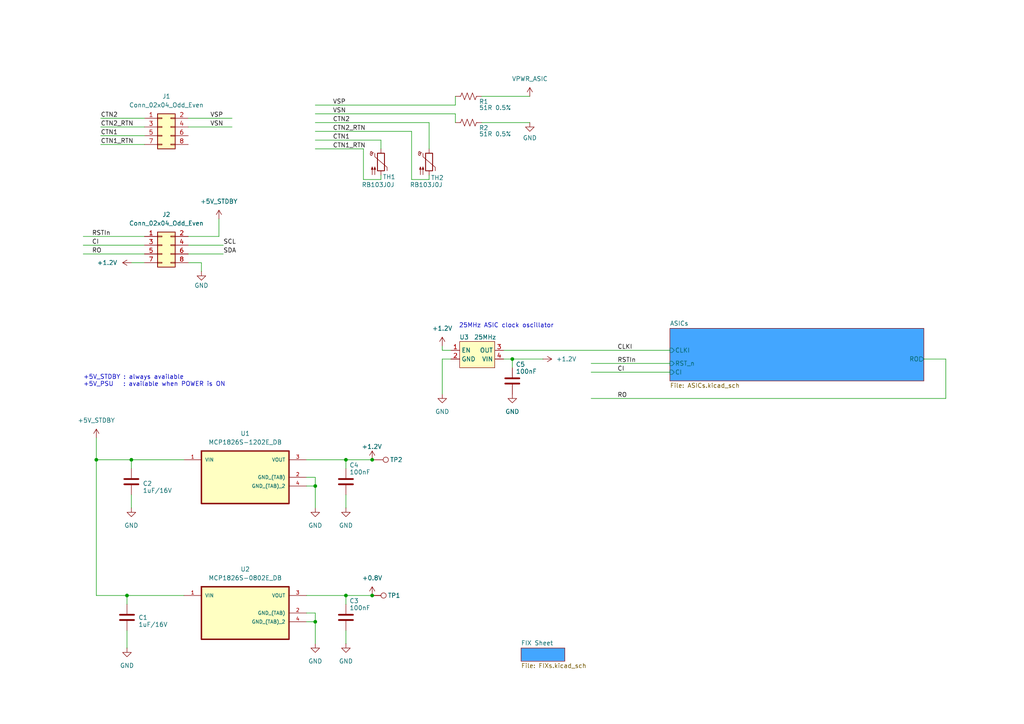
<source format=kicad_sch>
(kicad_sch (version 20231120) (generator "eeschema") (generator_version "8.0")
  (paper "A4")
  (lib_symbols
    (symbol "Connector:TestPoint" (pin_numbers hide) (pin_names (offset 0.762) hide)
      (property "Reference" "TP" (at 0 6.858 0))
      (property "Value" "TestPoint" (at 0 5.08 0))
      (symbol "TestPoint_0_1"
        (circle (center 0 3.302) (radius 0.762))
      )
      (symbol "TestPoint_1_1"
        (pin passive line (at 0 0 90) (length 2.54) (name "1") (number "1"))
      )
    )
    (symbol "Connector_Generic:Conn_02x04_Odd_Even" (pin_names (offset 1.016) hide)
      (property "Reference" "J" (at 1.27 5.08 0))
      (property "Value" "Conn_02x04_Odd_Even" (at 1.27 -7.62 0))
      (symbol "Conn_02x04_Odd_Even_1_1"
        (rectangle (start -1.27 -4.953) (end 0 -5.207) (stroke (width 0.1524)))
        (rectangle (start -1.27 -2.413) (end 0 -2.667) (stroke (width 0.1524)))
        (rectangle (start -1.27 0.127) (end 0 -0.127) (stroke (width 0.1524)))
        (rectangle (start -1.27 2.667) (end 0 2.413) (stroke (width 0.1524)))
        (rectangle (start -1.27 3.81) (end 3.81 -6.35) (stroke (width 0.254)) (fill (type background)))
        (rectangle (start 3.81 -4.953) (end 2.54 -5.207) (stroke (width 0.1524)))
        (rectangle (start 3.81 -2.413) (end 2.54 -2.667) (stroke (width 0.1524)))
        (rectangle (start 3.81 0.127) (end 2.54 -0.127) (stroke (width 0.1524)))
        (rectangle (start 3.81 2.667) (end 2.54 2.413) (stroke (width 0.1524)))
        (pin passive line (at -5.08 2.54 0) (length 3.81) (name "Pin_1") (number "1"))
        (pin passive line (at 7.62 2.54 180) (length 3.81) (name "Pin_2") (number "2"))
        (pin passive line (at -5.08 0 0) (length 3.81) (name "Pin_3") (number "3"))
        (pin passive line (at 7.62 0 180) (length 3.81) (name "Pin_4") (number "4"))
        (pin passive line (at -5.08 -2.54 0) (length 3.81) (name "Pin_5") (number "5"))
        (pin passive line (at 7.62 -2.54 180) (length 3.81) (name "Pin_6") (number "6"))
        (pin passive line (at -5.08 -5.08 0) (length 3.81) (name "Pin_7") (number "7"))
        (pin passive line (at 7.62 -5.08 180) (length 3.81) (name "Pin_8") (number "8"))
      )
    )
    (symbol "Device:C" (pin_numbers hide) (pin_names (offset 0.254))
      (property "Reference" "C" (at 0.635 2.54 0))
      (property "Value" "C" (at 0.635 -2.54 0))
      (symbol "C_0_1"
        (polyline (pts (xy -2.032 -0.762) (xy 2.032 -0.762)) (stroke (width 0.508)))
        (polyline (pts (xy -2.032 0.762) (xy 2.032 0.762)) (stroke (width 0.508)))
      )
      (symbol "C_1_1"
        (pin passive line (at 0 3.81 270) (length 2.794) (name "~") (number "1"))
        (pin passive line (at 0 -3.81 90) (length 2.794) (name "~") (number "2"))
      )
    )
    (symbol "Device:R_US" (pin_numbers hide) (pin_names (offset 0))
      (property "Reference" "R" (at 2.54 0 90))
      (property "Value" "R_US" (at -2.54 0 90))
      (symbol "R_US_0_1"
        (polyline (pts (xy 0 -2.286) (xy 0 -2.54)))
        (polyline (pts (xy 0 2.286) (xy 0 2.54)))
        (polyline (pts (xy 0 -0.762) (xy 1.016 -1.143) (xy 0 -1.524) (xy -1.016 -1.905) (xy 0 -2.286)))
        (polyline (pts (xy 0 0.762) (xy 1.016 0.381) (xy 0 0) (xy -1.016 -0.381) (xy 0 -0.762)))
        (polyline (pts (xy 0 2.286) (xy 1.016 1.905) (xy 0 1.524) (xy -1.016 1.143) (xy 0 0.762)))
      )
      (symbol "R_US_1_1"
        (pin passive line (at 0 3.81 270) (length 1.27) (name "~") (number "1"))
        (pin passive line (at 0 -3.81 90) (length 1.27) (name "~") (number "2"))
      )
    )
    (symbol "EKO_Miner_ASIClib:MCP1826S-0802E_DB" (pin_names (offset 1.016))
      (property "Reference" "U" (at -12.7 10.668 0))
      (property "Value" "MCP1826S-0802E_DB" (at -12.7 8.636 0))
      (property "P/N MOUSER" "579-MCP1826S-0802EDB" (at 0 0 0))
      (symbol "MCP1826S-0802E_DB_0_0"
        (rectangle (start -12.7 -7.62) (end 12.7 7.62) (stroke (width 0.41)) (fill (type background)))
        (pin input line (at -17.78 5.08 0) (length 5.08) (name "VIN") (number "1"))
        (pin power_in line (at 17.78 0 180) (length 5.08) (name "GND_(TAB)") (number "2"))
        (pin output line (at 17.78 5.08 180) (length 5.08) (name "VOUT") (number "3"))
        (pin power_in line (at 17.78 -2.54 180) (length 5.08) (name "GND_(TAB)_2") (number "4"))
      )
    )
    (symbol "EKO_Miner_ASIClib:MCP1826S-1802E_DB" (pin_names (offset 1.016))
      (property "Reference" "U" (at -12.7 10.668 0))
      (property "Value" "MCP1826S-1802E_DB" (at -12.7 8.636 0))
      (property "P/N MOUSER" "579-MCP1826S-1802EDB" (at 0 0 0))
      (symbol "MCP1826S-1802E_DB_0_0"
        (rectangle (start -12.7 -7.62) (end 12.7 7.62) (stroke (width 0.41)) (fill (type background)))
        (pin input line (at -17.78 5.08 0) (length 5.08) (name "VIN") (number "1"))
        (pin power_in line (at 17.78 0 180) (length 5.08) (name "GND_(TAB)") (number "2"))
        (pin output line (at 17.78 5.08 180) (length 5.08) (name "VOUT") (number "3"))
        (pin power_in line (at 17.78 -2.54 180) (length 5.08) (name "GND_(TAB)_2") (number "4"))
      )
    )
    (symbol "Sensor_Temperature:PT1000" (pin_numbers hide) (pin_names (offset 0))
      (property "Reference" "TH" (at -4.445 0 90))
      (property "Value" "PT1000" (at 3.175 0 90))
      (symbol "PT1000_0_1"
        (arc (start -3.048 2.159) (mid -3.0495 2.3143) (end -3.175 2.413))
        (arc (start -3.048 2.159) (mid -2.9736 1.9794) (end -2.794 1.905))
        (arc (start -3.048 2.794) (mid -2.9736 2.6144) (end -2.794 2.54))
        (arc (start -2.794 1.905) (mid -2.6144 1.9794) (end -2.54 2.159))
        (arc (start -2.794 2.54) (mid -2.4393 2.5587) (end -2.159 2.794))
        (arc (start -2.794 3.048) (mid -2.9736 2.9736) (end -3.048 2.794))
        (arc (start -2.54 2.794) (mid -2.6144 2.9736) (end -2.794 3.048))
        (rectangle (start -1.016 2.54) (end 1.016 -2.54) (stroke (width 0.254)))
        (polyline (pts (xy -2.54 2.159) (xy -2.54 2.794)))
        (polyline (pts (xy -1.778 2.54) (xy -1.778 1.524) (xy 1.778 -1.524) (xy 1.778 -2.54)))
        (polyline (pts (xy -2.54 -3.683) (xy -2.54 -1.397) (xy -2.794 -2.159) (xy -2.286 -2.159) (xy -2.54 -1.397) (xy -2.54 -1.651)) (fill (type outline)))
        (polyline (pts (xy -1.778 -3.683) (xy -1.778 -1.397) (xy -2.032 -2.159) (xy -1.524 -2.159) (xy -1.778 -1.397) (xy -1.778 -1.651)) (fill (type outline)))
      )
      (symbol "PT1000_1_1"
        (pin passive line (at 0 3.81 270) (length 1.27) (name "~") (number "1"))
        (pin passive line (at 0 -3.81 90) (length 1.27) (name "~") (number "2"))
      )
    )
    (symbol "bitaxe:oscillator"
      (property "Reference" "U" (at -3.81 5.08 0))
      (property "Value" "oscillator" (at 0 -5.08 0))
      (symbol "oscillator_0_1"
        (rectangle (start -5.08 3.81) (end 5.08 -3.81) (stroke (width 0.1524)) (fill (type background)))
      )
      (symbol "oscillator_1_0"
        (pin bidirectional line (at -7.62 1.27 0) (length 2.54) (name "EN") (number "1"))
        (pin bidirectional line (at -7.62 -1.27 0) (length 2.54) (name "GND") (number "2"))
        (pin bidirectional line (at 7.62 1.27 180) (length 2.54) (name "OUT") (number "3"))
        (pin bidirectional line (at 7.62 -1.27 180) (length 2.54) (name "VIN") (number "4"))
      )
    )
    (symbol "power:+3.3V" (power) (pin_names (offset 0))
      (property "Value" "+3.3V" (at 0 3.556 0))
      (symbol "+3.3V_0_1"
        (polyline (pts (xy -0.762 1.27) (xy 0 2.54)))
        (polyline (pts (xy 0 0) (xy 0 2.54)))
        (polyline (pts (xy 0 2.54) (xy 0.762 1.27)))
      )
      (symbol "+3.3V_1_1"
        (pin power_in line (at 0 0 90) (length 0) hide (name "+3.3V") (number "1"))
      )
    )
    (symbol "power:GND" (power) (pin_numbers hide) (pin_names (offset 0) hide)
      (property "Value" "GND" (at 0 -3.81 0))
      (symbol "GND_0_1"
        (polyline (pts (xy 0 0) (xy 0 -1.27) (xy 1.27 -1.27) (xy 0 -2.54) (xy -1.27 -1.27) (xy 0 -1.27)))
      )
      (symbol "GND_1_1"
        (pin power_in line (at 0 0 270) (length 0) (name "~") (number "1"))
      )
    )
    (symbol "power:VDD" (power) (pin_numbers hide) (pin_names (offset 0) hide)
      (property "Value" "VDD" (at 0 3.556 0))
      (symbol "VDD_0_1"
        (polyline (pts (xy -0.762 1.27) (xy 0 2.54)))
        (polyline (pts (xy 0 0) (xy 0 2.54)))
        (polyline (pts (xy 0 2.54) (xy 0.762 1.27)))
      )
      (symbol "VDD_1_1"
        (pin power_in line (at 0 0 90) (length 0) (name "~") (number "1"))
      )
    )
  )
  (junction (at 107.95 172.72))
  (junction (at 100.33 172.72))
  (junction (at 107.95 133.35))
  (junction (at 38.1 133.35))
  (junction (at 27.94 133.35))
  (junction (at 91.44 140.97))
  (junction (at 36.83 172.72))
  (junction (at 100.33 133.35) (diameter 0.9144))
  (junction (at 148.59 104.14))
  (junction (at 91.44 180.34))
  (wire (pts (xy 29.21 34.29) (xy 41.91 34.29)))
  (wire (pts (xy 88.9 133.35) (xy 100.33 133.35)))
  (wire (pts (xy 124.46 52.07) (xy 124.46 50.8)))
  (wire (pts (xy 27.94 133.35) (xy 38.1 133.35)))
  (wire (pts (xy 91.44 138.43) (xy 91.44 140.97)))
  (wire (pts (xy 110.49 52.07) (xy 110.49 50.8)))
  (wire (pts (xy 88.9 177.8) (xy 91.44 177.8)))
  (wire (pts (xy 91.44 140.97) (xy 91.44 147.32)))
  (wire (pts (xy 36.83 172.72) (xy 53.34 172.72)))
  (wire (pts (xy 148.59 104.14) (xy 148.59 106.68)))
  (wire (pts (xy 36.83 187.96) (xy 36.83 182.88)))
  (wire (pts (xy 88.9 140.97) (xy 91.44 140.97)))
  (wire (pts (xy 29.21 41.91) (xy 41.91 41.91)))
  (wire (pts (xy 100.33 172.72) (xy 107.95 172.72)))
  (wire (pts (xy 274.32 115.57) (xy 274.32 104.14)))
  (wire (pts (xy 119.38 52.07) (xy 124.46 52.07)))
  (wire (pts (xy 107.95 133.35) (xy 108.585 133.35)))
  (wire (pts (xy 128.27 104.14) (xy 128.27 114.3)))
  (wire (pts (xy 171.45 105.41) (xy 194.31 105.41)))
  (wire (pts (xy 105.41 43.18) (xy 105.41 52.07)))
  (wire (pts (xy 29.21 36.83) (xy 41.91 36.83)))
  (wire (pts (xy 132.08 27.94) (xy 132.08 30.48)))
  (wire (pts (xy 128.27 101.6) (xy 128.27 100.33)))
  (wire (pts (xy 124.46 35.56) (xy 124.46 43.18)))
  (wire (pts (xy 38.1 133.35) (xy 38.1 135.89)))
  (wire (pts (xy 139.7 35.56) (xy 153.67 35.56)))
  (wire (pts (xy 100.33 186.69) (xy 100.33 182.88)))
  (wire (pts (xy 91.44 43.18) (xy 105.41 43.18)))
  (wire (pts (xy 27.94 172.72) (xy 36.83 172.72)))
  (wire (pts (xy 105.41 52.07) (xy 110.49 52.07)))
  (wire (pts (xy 27.94 133.35) (xy 27.94 172.72)))
  (wire (pts (xy 58.42 76.2) (xy 58.42 78.74)))
  (wire (pts (xy 38.1 143.51) (xy 38.1 147.32)))
  (wire (pts (xy 146.05 101.6) (xy 194.31 101.6)))
  (wire (pts (xy 132.08 30.48) (xy 91.44 30.48)))
  (wire (pts (xy 88.9 172.72) (xy 100.33 172.72)))
  (wire (pts (xy 128.27 104.14) (xy 130.81 104.14)))
  (wire (pts (xy 24.13 71.12) (xy 41.91 71.12)))
  (wire (pts (xy 64.77 73.66) (xy 54.61 73.66)))
  (wire (pts (xy 171.45 107.95) (xy 194.31 107.95)))
  (wire (pts (xy 88.9 180.34) (xy 91.44 180.34)))
  (wire (pts (xy 100.33 133.35) (xy 100.33 135.89)))
  (wire (pts (xy 91.44 33.02) (xy 132.08 33.02)))
  (wire (pts (xy 91.44 35.56) (xy 124.46 35.56)))
  (wire (pts (xy 91.44 40.64) (xy 110.49 40.64)))
  (wire (pts (xy 38.1 133.35) (xy 53.34 133.35)))
  (wire (pts (xy 139.7 27.94) (xy 153.67 27.94)))
  (wire (pts (xy 63.5 63.5) (xy 63.5 68.58)))
  (wire (pts (xy 41.91 76.2) (xy 38.1 76.2)))
  (wire (pts (xy 54.61 36.83) (xy 67.31 36.83)))
  (wire (pts (xy 132.08 33.02) (xy 132.08 35.56)))
  (wire (pts (xy 110.49 40.64) (xy 110.49 43.18)))
  (wire (pts (xy 91.44 186.69) (xy 91.44 180.34)))
  (wire (pts (xy 119.38 38.1) (xy 119.38 52.07)))
  (wire (pts (xy 274.32 104.14) (xy 267.97 104.14)))
  (wire (pts (xy 171.45 115.57) (xy 274.32 115.57)))
  (wire (pts (xy 24.13 73.66) (xy 41.91 73.66)))
  (wire (pts (xy 91.44 138.43) (xy 88.9 138.43)))
  (wire (pts (xy 54.61 34.29) (xy 67.31 34.29)))
  (wire (pts (xy 148.59 104.14) (xy 157.48 104.14)))
  (wire (pts (xy 54.61 76.2) (xy 58.42 76.2)))
  (wire (pts (xy 91.44 180.34) (xy 91.44 177.8)))
  (wire (pts (xy 128.27 101.6) (xy 130.81 101.6)))
  (wire (pts (xy 91.44 38.1) (xy 119.38 38.1)))
  (wire (pts (xy 100.33 143.51) (xy 100.33 147.32)))
  (wire (pts (xy 27.94 127) (xy 27.94 133.35)))
  (wire (pts (xy 100.33 172.72) (xy 100.33 175.26)))
  (wire (pts (xy 100.33 133.35) (xy 107.95 133.35)))
  (wire (pts (xy 64.77 71.12) (xy 54.61 71.12)))
  (wire (pts (xy 146.05 104.14) (xy 148.59 104.14)))
  (wire (pts (xy 24.13 68.58) (xy 41.91 68.58)))
  (wire (pts (xy 29.21 39.37) (xy 41.91 39.37)))
  (wire (pts (xy 63.5 68.58) (xy 54.61 68.58)))
  (wire (pts (xy 36.83 172.72) (xy 36.83 175.26)))
  (text "+5V_STDBY : always available\n+5V_PSU   : available when POWER is ON" (at 24.13 110.49 0) (effects (font (size 1.27 1.27)) (justify left)))
  (text "25MHz ASIC clock oscillator" (at 133.096 95.25 0) (effects (font (size 1.27 1.27)) (justify left bottom)))
  (label "CTN1_RTN" (at 29.21 41.91 0))
  (label "CLKI" (at 179.07 101.6 0))
  (label "RSTIn" (at 179.07 105.41 0))
  (label "CI" (at 179.07 107.95 0))
  (label "VSN" (at 60.96 36.83 0))
  (label "RO" (at 26.67 73.66 0))
  (label "CTN2" (at 29.21 34.29 0))
  (label "CTN1_RTN" (at 96.52 43.18 0))
  (label "CTN1" (at 29.21 39.37 0))
  (label "RO" (at 179.07 115.57 0))
  (label "RSTIn" (at 26.67 68.58 0))
  (label "VSP" (at 96.52 30.48 0))
  (label "CI" (at 26.67 71.12 0))
  (label "SCL" (at 64.77 71.12 0))
  (label "CTN2_RTN" (at 96.52 38.1 0))
  (label "VSP" (at 60.96 34.29 0))
  (label "CTN2_RTN" (at 29.21 36.83 0))
  (label "VSN" (at 96.52 33.02 0))
  (label "CTN1" (at 96.52 40.64 0))
  (label "CTN2" (at 96.52 35.56 0))
  (label "SDA" (at 64.77 73.66 0))
  (symbol (lib_id "power:GND") (at 58.42 78.74 0) (mirror y) (unit 1)
    (property "Reference" "#PWR05" (effects (hide yes)))
    (property "Value" "GND" (at 58.42 82.804 0))
    (property "Description" "Power symbol creates a global label with name \"GND\" , ground" (effects (hide yes)))
  )
  (symbol (lib_id "power:GND") (at 91.44 186.69 0) (unit 1)
    (property "Reference" "#PWR016" (effects (hide yes)))
    (property "Value" "GND" (at 91.44 191.77 0))
    (property "Description" "Power symbol creates a global label with name \"GND\" , ground" (effects (hide yes)))
  )
  (symbol (lib_id "power:GND") (at 128.27 114.3 0) (unit 1)
    (property "Reference" "#PWR08" (effects (hide yes)))
    (property "Value" "GND" (at 128.27 119.38 0))
    (property "Description" "Power symbol creates a global label with name \"GND\" , ground" (effects (hide yes)))
  )
  (symbol (lib_id "Device:C") (at 100.33 139.7 0) (unit 1)
    (property "Reference" "C4" (at 101.346 135.636 0) (effects (justify left bottom)))
    (property "Value" "100nF" (at 101.346 137.668 0) (effects (justify left bottom)))
    (property "Footprint" "Capacitor_SMD:C_0402_1005Metric" (effects (hide yes)))
    (property "P/N MOUSER" "791-SH15B104K160CT" (effects (hide yes)))
  )
  (symbol (lib_id "power:VDD") (at 107.95 172.72 0) (unit 1)
    (property "Reference" "#PWR015" (effects (hide yes)))
    (property "Value" "+0.8V" (at 107.95 167.64 0))
    (property "Description" "Power symbol creates a global label with name \"VDD\"" (effects (hide yes)))
  )
  (symbol (lib_id "Connector:TestPoint") (at 107.95 172.72 270) (mirror x) (unit 1) (in_bom no)
    (property "Reference" "TP1" (at 114.3 172.72 90))
    (property "Value" "TestPoint" (effects (hide yes)))
    (property "Footprint" "TestPoint:TestPoint_Pad_D1.0mm" (effects (hide yes)))
  )
  (symbol (lib_id "power:GND") (at 100.33 147.32 0) (unit 1)
    (property "Reference" "#PWR014" (effects (hide yes)))
    (property "Value" "GND" (at 100.33 152.4 0))
    (property "Description" "Power symbol creates a global label with name \"GND\" , ground" (effects (hide yes)))
  )
  (symbol (lib_id "power:GND") (at 38.1 147.32 0) (unit 1)
    (property "Reference" "#PWR012" (effects (hide yes)))
    (property "Value" "GND" (at 38.1 152.4 0))
    (property "Description" "Power symbol creates a global label with name \"GND\" , ground" (effects (hide yes)))
  )
  (symbol (lib_id "Device:C") (at 36.83 179.07 0) (unit 1)
    (property "Reference" "C1" (at 40.132 179.832 0) (effects (justify left bottom)))
    (property "Value" "1uF/16V" (at 40.132 181.864 0) (effects (justify left bottom)))
    (property "Footprint" "Capacitor_SMD:C_0805_2012Metric_Pad1.18x1.45mm_HandSolder" (effects (hide yes)))
    (property "P/N MOUSER" "187-CL21B105KOFNFNE" (effects (hide yes)))
  )
  (symbol (lib_id "bitaxe:oscillator") (at 138.43 102.87 0) (unit 1)
    (property "Reference" "U3" (at 134.62 97.79 0))
    (property "Value" "25MHz" (at 140.716 97.79 0))
    (property "Footprint" "EKO_Miner_ASIClib:OSC_SMD_3.2x2.5mm" (effects (hide yes)))
    (property "Datasheet" "https://www.jauch.com/downloadfile/5ef1edcfb8e2f73163c8ce8009ef659d1/jo32-1.8-3.3v.pdf" (effects (hide yes)))
    (property "P/N MOUSER" "449-LFSPXO076024CUTT" (effects (hide yes)))
  )
  (symbol (lib_id "power:VDD") (at 38.1 76.2 90) (unit 1)
    (property "Reference" "#PWR0193" (effects (hide yes)))
    (property "Value" "+1.2V" (at 34.036 76.2 90) (effects (justify left)))
    (property "Description" "Power symbol creates a global label with name \"VDD\"" (effects (hide yes)))
  )
  (symbol (lib_id "EKO_Miner_ASIClib:MCP1826S-1802E_DB") (at 71.12 138.43 0) (unit 1)
    (property "Reference" "U1" (at 71.12 125.73 0))
    (property "Value" "MCP1826S-1202E_DB" (at 71.12 128.27 0))
    (property "Footprint" "EKO_Miner_ASIClib:MCP1826S" (effects (hide yes)))
    (property "MF" "Microchip" (effects (hide yes)))
    (property "Description_1" "\nIC,LINEAR REGULATOR;MAX. INPUT,6V;OUTPUT,1.2V;1000MA;ACCURACY,0.5%;SOT223-3 | Microchip Technology Inc. MCP1826S-1202E/DB\n" (effects (hide yes)))
    (property "Package" "SOT-223 Microchip Technology" (effects (hide yes)))
    (property "Price" "None" (effects (hide yes)))
    (property "MP" "MCP1826S-1802E/DB" (effects (hide yes)))
    (property "Purchase-URL" "https://www.snapeda.com/api/url_track_click_mouser/?unipart_id=142747&manufacturer=Microchip&part_name=MCP1826S-1802E/DB&search_term=mcp1826s" (effects (hide yes)))
    (property "Availability" "In Stock" (effects (hide yes)))
    (property "Check_prices" "https://www.snapeda.com/parts/MCP1826S-1802E/DB/Microchip/view-part/?ref=eda" (effects (hide yes)))
    (property "P/N MOUSER" "579-MCP1826S-1802EDB" (effects (hide yes)))
  )
  (symbol (lib_id "power:VDD") (at 157.48 104.14 270) (unit 1)
    (property "Reference" "#PWR07" (effects (hide yes)))
    (property "Value" "+1.2V" (at 161.29 104.1399 90) (effects (justify left)))
    (property "Description" "Power symbol creates a global label with name \"VDD\"" (effects (hide yes)))
  )
  (symbol (lib_id "power:VDD") (at 107.95 133.35 0) (unit 1)
    (property "Reference" "#PWR011" (effects (hide yes)))
    (property "Value" "+1.2V" (at 104.902 129.54 0) (effects (justify left)))
    (property "Description" "Power symbol creates a global label with name \"VDD\"" (effects (hide yes)))
  )
  (symbol (lib_id "power:GND") (at 100.33 186.69 0) (unit 1)
    (property "Reference" "#PWR017" (effects (hide yes)))
    (property "Value" "GND" (at 100.33 191.77 0))
    (property "Description" "Power symbol creates a global label with name \"GND\" , ground" (effects (hide yes)))
  )
  (symbol (lib_id "Connector_Generic:Conn_02x04_Odd_Even") (at 46.99 71.12 0) (unit 1)
    (property "Reference" "J2" (at 48.26 62.23 0))
    (property "Value" "Conn_02x04_Odd_Even" (at 48.26 64.77 0))
    (property "Footprint" "Connector_PinHeader_2.54mm:PinHeader_2x04_P2.54mm_Vertical_SMD" (effects (hide yes)))
    (property "Description" "Generic connector, double row, 02x04, odd/even pin numbering scheme (row 1 odd numbers, row 2 even numbers), script generated (kicad-library-utils/schlib/autogen/connector/)" (effects (hide yes)))
    (property "P/N MOUSER" "649-1012938390801ALF" (effects (hide yes)))
  )
  (symbol (lib_id "Device:C") (at 100.33 179.07 0) (unit 1)
    (property "Reference" "C3" (at 101.346 175.006 0) (effects (justify left bottom)))
    (property "Value" "100nF" (at 101.346 177.038 0) (effects (justify left bottom)))
    (property "Footprint" "Capacitor_SMD:C_0402_1005Metric" (effects (hide yes)))
    (property "P/N MOUSER" "791-SH15B104K160CT" (effects (hide yes)))
  )
  (symbol (lib_id "Connector:TestPoint") (at 108.585 133.35 270) (mirror x) (unit 1) (in_bom no)
    (property "Reference" "TP2" (at 114.935 133.35 90))
    (property "Value" "TestPoint" (effects (hide yes)))
    (property "Footprint" "TestPoint:TestPoint_Pad_D1.0mm" (effects (hide yes)))
  )
  (symbol (lib_id "power:GND") (at 36.83 187.96 0) (unit 1)
    (property "Reference" "#PWR018" (effects (hide yes)))
    (property "Value" "GND" (at 36.83 193.04 0))
    (property "Description" "Power symbol creates a global label with name \"GND\" , ground" (effects (hide yes)))
  )
  (symbol (lib_id "Device:R_US") (at 135.89 27.94 270) (unit 1)
    (property "Reference" "R1" (at 138.938 29.464 90) (effects (justify left)))
    (property "Value" "51R 0.5%" (at 138.938 31.242 90) (effects (justify left)))
    (property "Footprint" "Resistor_SMD:R_0805_2012Metric_Pad1.20x1.40mm_HandSolder" (effects (hide yes)))
    (property "P/N MOUSER" "603-RT0805DRE0751RL" (effects (hide yes)))
  )
  (symbol (lib_id "power:VDD") (at 128.27 100.33 0) (unit 1)
    (property "Reference" "#PWR06" (effects (hide yes)))
    (property "Value" "+1.2V" (at 128.27 95.25 0))
    (property "Description" "Power symbol creates a global label with name \"VDD\"" (effects (hide yes)))
  )
  (symbol (lib_id "Device:C") (at 38.1 139.7 0) (unit 1)
    (property "Reference" "C2" (at 41.402 140.97 0) (effects (justify left bottom)))
    (property "Value" "1uF/16V" (at 41.402 143.002 0) (effects (justify left bottom)))
    (property "Footprint" "Capacitor_SMD:C_0805_2012Metric_Pad1.18x1.45mm_HandSolder" (effects (hide yes)))
    (property "P/N MOUSER" "187-CL21B105KOFNFNE" (effects (hide yes)))
  )
  (symbol (lib_id "power:VDD") (at 153.67 27.94 0) (unit 1)
    (property "Reference" "#PWR01" (effects (hide yes)))
    (property "Value" "VPWR_ASIC" (at 153.67 22.86 0))
    (property "Description" "Power symbol creates a global label with name \"VDD\"" (effects (hide yes)))
  )
  (symbol (lib_id "power:+3.3V") (at 63.5 63.5 0) (mirror y) (unit 1)
    (property "Reference" "#PWR03" (effects (hide yes)))
    (property "Value" "+5V_STDBY" (at 63.5 58.42 0))
  )
  (symbol (lib_id "power:GND") (at 153.67 35.56 0) (mirror y) (unit 1)
    (property "Reference" "#PWR02" (effects (hide yes)))
    (property "Value" "GND" (at 153.67 40.005 0))
  )
  (symbol (lib_id "Sensor_Temperature:PT1000") (at 124.46 46.99 0) (unit 1)
    (property "Reference" "TH2" (at 124.968 51.562 0) (effects (justify left)))
    (property "Value" "RB103J0J" (at 118.872 53.594 0) (effects (justify left)))
    (property "Footprint" "Resistor_SMD:R_0603_1608Metric" (effects (hide yes)))
    (property "Description" "CTN" (effects (hide yes)))
    (property "P/N MOUSER" "576-RB103J0J" (effects (hide yes)))
  )
  (symbol (lib_id "Connector_Generic:Conn_02x04_Odd_Even") (at 46.99 36.83 0) (unit 1)
    (property "Reference" "J1" (at 48.26 27.94 0))
    (property "Value" "Conn_02x04_Odd_Even" (at 48.26 30.48 0))
    (property "Footprint" "Connector_PinHeader_2.54mm:PinHeader_2x04_P2.54mm_Vertical_SMD" (effects (hide yes)))
    (property "Description" "Generic connector, double row, 02x04, odd/even pin numbering scheme (row 1 odd numbers, row 2 even numbers), script generated (kicad-library-utils/schlib/autogen/connector/)" (effects (hide yes)))
    (property "P/N MOUSER" "649-1012938390801ALF" (effects (hide yes)))
  )
  (symbol (lib_id "power:GND") (at 91.44 147.32 0) (unit 1)
    (property "Reference" "#PWR013" (effects (hide yes)))
    (property "Value" "GND" (at 91.44 152.4 0))
    (property "Description" "Power symbol creates a global label with name \"GND\" , ground" (effects (hide yes)))
  )
  (symbol (lib_id "Device:C") (at 148.59 110.49 0) (unit 1)
    (property "Reference" "C5" (at 149.606 106.426 0) (effects (justify left bottom)))
    (property "Value" "100nF" (at 149.606 108.458 0) (effects (justify left bottom)))
    (property "Footprint" "Capacitor_SMD:C_0402_1005Metric" (effects (hide yes)))
    (property "P/N MOUSER" "791-SH15B104K160CT" (effects (hide yes)))
  )
  (symbol (lib_id "power:GND") (at 148.59 114.3 0) (unit 1)
    (property "Reference" "#PWR09" (effects (hide yes)))
    (property "Value" "GND" (at 148.59 119.38 0))
    (property "Description" "Power symbol creates a global label with name \"GND\" , ground" (effects (hide yes)))
  )
  (symbol (lib_id "Device:R_US") (at 135.89 35.56 270) (unit 1)
    (property "Reference" "R2" (at 138.938 37.084 90) (effects (justify left)))
    (property "Value" "51R 0.5%" (at 138.938 38.862 90) (effects (justify left)))
    (property "Footprint" "Resistor_SMD:R_0805_2012Metric_Pad1.20x1.40mm_HandSolder" (effects (hide yes)))
    (property "P/N MOUSER" "603-RT0805DRE0751RL" (effects (hide yes)))
  )
  (symbol (lib_id "EKO_Miner_ASIClib:MCP1826S-0802E_DB") (at 71.12 177.8 0) (unit 1)
    (property "Reference" "U2" (at 71.12 165.1 0))
    (property "Value" "MCP1826S-0802E_DB" (at 71.12 167.64 0))
    (property "Footprint" "EKO_Miner_ASIClib:MCP1826S" (effects (hide yes)))
    (property "MF" "Microchip" (effects (hide yes)))
    (property "Description_1" "\nIC,LINEAR REGULATOR;MAX. INPUT,6V;OUTPUT,1.8V;1000MA;ACCURACY,0.5%;SOT223-3 | Microchip Technology Inc. MCP1826S-1802E/DB\n" (effects (hide yes)))
    (property "Package" "SOT-223 Microchip Technology" (effects (hide yes)))
    (property "Price" "None" (effects (hide yes)))
    (property "MP" "MCP1826S-1802E/DB" (effects (hide yes)))
    (property "Purchase-URL" "https://www.snapeda.com/api/url_track_click_mouser/?unipart_id=142747&manufacturer=Microchip&part_name=MCP1826S-1802E/DB&search_term=mcp1826s" (effects (hide yes)))
    (property "Availability" "In Stock" (effects (hide yes)))
    (property "Check_prices" "https://www.snapeda.com/parts/MCP1826S-1802E/DB/Microchip/view-part/?ref=eda" (effects (hide yes)))
    (property "P/N MOUSER" "579-MCP1826S-0802EDB" (effects (hide yes)))
  )
  (symbol (lib_id "power:+3.3V") (at 27.94 127 0) (unit 1)
    (property "Reference" "#PWR010" (effects (hide yes)))
    (property "Value" "+5V_STDBY" (at 27.94 121.92 0))
  )
  (symbol (lib_id "Sensor_Temperature:PT1000") (at 110.49 46.99 0) (unit 1)
    (property "Reference" "TH1" (at 110.998 51.308 0) (effects (justify left)))
    (property "Value" "RB103J0J" (at 104.902 53.594 0) (effects (justify left)))
    (property "Footprint" "Resistor_SMD:R_0603_1608Metric" (effects (hide yes)))
    (property "Description" "CTN" (effects (hide yes)))
    (property "P/N MOUSER" "576-RB103J0J" (effects (hide yes)))
  )
  (sheet (at 151.13 187.96) (size 12.7 3.81) (stroke (width 0.1524)) (fill (color 67 166 255 1.0000))
    (property "Sheetname" "FIX Sheet" (at 151.13 187.2484 0) (effects (justify left bottom)))
    (property "Sheetfile" "FIXs.kicad_sch" (at 151.13 192.3546 0) (effects (justify left top)))
  )
  (sheet (at 194.31 95.25) (size 73.66 15.24) (stroke (width 0.1524)) (fill (color 67 166 255 1.0000))
    (property "Sheetname" "ASICs" (at 194.31 94.5384 0) (effects (justify left bottom)))
    (property "Sheetfile" "ASICs.kicad_sch" (at 194.31 111.0746 0) (effects (justify left top)))
    (pin "CLKI" input (at 194.31 101.6 180))
    (pin "CI" input (at 194.31 107.95 180))
    (pin "RST_n" input (at 194.31 105.41 180))
    (pin "RO" output (at 267.97 104.14 0))
  )
)
</source>
